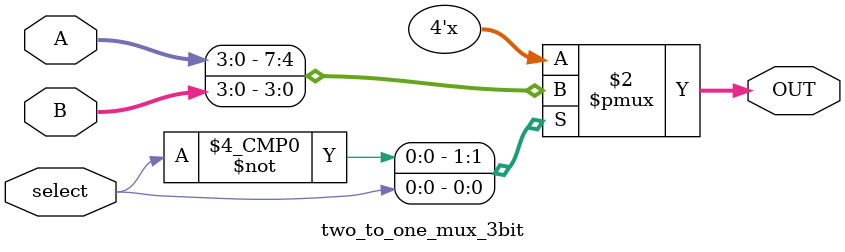
<source format=sv>
module mux_to_bus ( input logic [3:0] select,
        input logic [15:0] PC, MDR, MARMUX, ALU,
        output logic [15:0] BusOut );

        always_comb
        begin
            unique case (select)
                4'b1000 : BusOut = PC;
                4'b0100 : BusOut = MDR;
                4'b0010 : BusOut = MARMUX;
                4'b0001 : BusOut = ALU;
                default : BusOut = 16'hxxxx;
            endcase
        end

endmodule

module four_to_one_mux ( input logic [1:0] select,
        input logic [15:0] A, B, C, D,
        output logic [15:0] OUT );
        
        always_comb
        begin
            unique case (select)
                2'b00 : OUT = A;
                2'b01 : OUT = B;
                2'b10 : OUT = C;
                2'b11 : OUT = D;
                default : OUT = 16'hxxxx;
            endcase
        end

endmodule

module two_to_one_mux ( input logic select,
        input logic [15:0] A, B,
        output logic [15:0] OUT );
        
        always_comb
        begin
            unique case (select)
                1'b0 : OUT = A;
                1'b1 : OUT = B;
                default : OUT = 16'hxxxx;
            endcase
        end

endmodule

module two_to_one_mux_3bit ( input logic select,
        input logic [3:0] A, B,
        output logic [3:0] OUT );
        
        always_comb
        begin
            unique case (select)
                1'b0 : OUT = A;
                1'b1 : OUT = B;
                default : OUT = 3'bxxx;
            endcase
        end

endmodule

</source>
